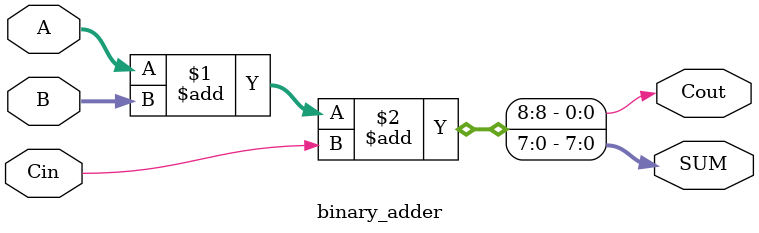
<source format=v>
module binary_adder (A,B,Cin,SUM,Cout);
  input [7:0] A,B;
  input Cin;
  output [7:0] SUM;
  output Cout;
    assign {Cout,SUM} = A + B + Cin;
endmodule

</source>
